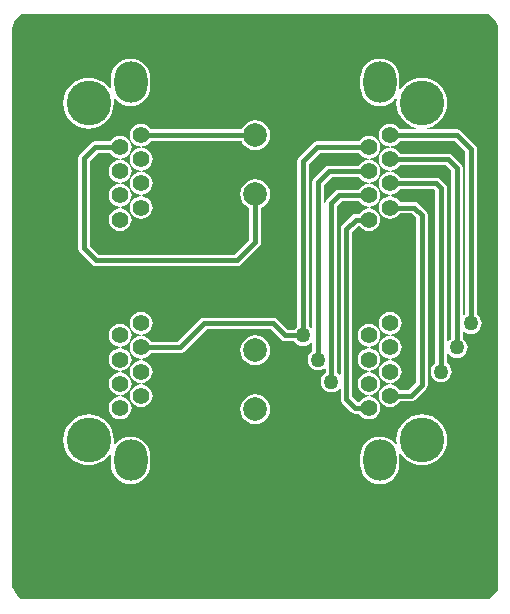
<source format=gtl>
G04*
G04 #@! TF.GenerationSoftware,Altium Limited,Altium Designer,18.1.9 (240)*
G04*
G04 Layer_Physical_Order=1*
G04 Layer_Color=255*
%FSLAX25Y25*%
%MOIN*%
G70*
G01*
G75*
%ADD16C,0.01800*%
%ADD17C,0.05512*%
%ADD18O,0.11024X0.13780*%
%ADD19C,0.14886*%
%ADD20C,0.07874*%
%ADD21C,0.05000*%
G36*
X635000Y281000D02*
X636000Y279000D01*
Y91000D01*
X633000Y88000D01*
X477000D01*
X475500Y89500D01*
X474000Y92000D01*
Y278000D01*
X475000Y281000D01*
X477000Y283000D01*
X633000D01*
X635000Y281000D01*
D02*
G37*
%LPC*%
G36*
X513465Y268216D02*
X512188Y268091D01*
X510961Y267718D01*
X509829Y267114D01*
X508838Y266300D01*
X508024Y265308D01*
X507419Y264177D01*
X507047Y262950D01*
X506921Y261673D01*
Y258917D01*
X506984Y258279D01*
X506503Y258119D01*
X505448Y259404D01*
X504162Y260460D01*
X502695Y261244D01*
X501104Y261726D01*
X499449Y261889D01*
X497794Y261726D01*
X496202Y261244D01*
X494735Y260460D01*
X493450Y259404D01*
X492395Y258119D01*
X491611Y256652D01*
X491128Y255061D01*
X490965Y253406D01*
X491128Y251750D01*
X491611Y250159D01*
X492395Y248692D01*
X493450Y247407D01*
X494735Y246352D01*
X496202Y245568D01*
X497794Y245085D01*
X499449Y244922D01*
X501104Y245085D01*
X502695Y245568D01*
X504162Y246352D01*
X505448Y247407D01*
X506503Y248692D01*
X507287Y250159D01*
X507769Y251750D01*
X507933Y253406D01*
X507798Y254769D01*
X508281Y254969D01*
X508838Y254290D01*
X509829Y253477D01*
X510961Y252872D01*
X512188Y252500D01*
X513465Y252374D01*
X514741Y252500D01*
X515969Y252872D01*
X517100Y253477D01*
X518091Y254290D01*
X518905Y255282D01*
X519510Y256413D01*
X519882Y257641D01*
X520008Y258917D01*
Y261673D01*
X519882Y262950D01*
X519510Y264177D01*
X518905Y265308D01*
X518091Y266300D01*
X517100Y267114D01*
X515969Y267718D01*
X514741Y268091D01*
X513465Y268216D01*
D02*
G37*
G36*
X596535D02*
X595259Y268091D01*
X594031Y267718D01*
X592900Y267114D01*
X591909Y266300D01*
X591095Y265308D01*
X590490Y264177D01*
X590118Y262950D01*
X589992Y261673D01*
Y258917D01*
X590118Y257641D01*
X590490Y256413D01*
X591095Y255282D01*
X591909Y254290D01*
X592900Y253477D01*
X594031Y252872D01*
X595259Y252500D01*
X596535Y252374D01*
X597812Y252500D01*
X599039Y252872D01*
X600171Y253477D01*
X601162Y254290D01*
X601719Y254969D01*
X602202Y254769D01*
X602068Y253406D01*
X602231Y251750D01*
X602713Y250159D01*
X603497Y248692D01*
X604552Y247407D01*
X605838Y246352D01*
X607305Y245568D01*
X608669Y245154D01*
X608595Y244654D01*
X603248D01*
X602679Y245395D01*
X601894Y245997D01*
X600981Y246376D01*
X600000Y246505D01*
X599019Y246376D01*
X598106Y245997D01*
X597321Y245395D01*
X596719Y244611D01*
X596341Y243697D01*
X596212Y242717D01*
X596341Y241736D01*
X596719Y240822D01*
X597321Y240038D01*
X598106Y239436D01*
X599019Y239057D01*
X599694Y238969D01*
X599813Y238953D01*
Y238449D01*
X599694Y238433D01*
X599019Y238344D01*
X598106Y237966D01*
X597321Y237364D01*
X596719Y236579D01*
X596341Y235665D01*
X596212Y234685D01*
X596341Y233704D01*
X596719Y232791D01*
X597321Y232006D01*
X598106Y231404D01*
X599019Y231026D01*
X599694Y230937D01*
X599812Y230921D01*
Y230417D01*
X599694Y230402D01*
X599019Y230313D01*
X598106Y229934D01*
X597321Y229332D01*
X596719Y228548D01*
X596341Y227634D01*
X596212Y226654D01*
X596341Y225673D01*
X596719Y224759D01*
X597321Y223975D01*
X598106Y223373D01*
X599019Y222994D01*
X599694Y222906D01*
X599813Y222890D01*
Y222386D01*
X599694Y222370D01*
X599019Y222281D01*
X598106Y221903D01*
X597321Y221301D01*
X596719Y220516D01*
X596341Y219602D01*
X596212Y218622D01*
X596341Y217641D01*
X596719Y216728D01*
X597321Y215943D01*
X598106Y215341D01*
X599019Y214963D01*
X600000Y214834D01*
X600981Y214963D01*
X601894Y215341D01*
X602679Y215943D01*
X603248Y216685D01*
X607198D01*
X608614Y215268D01*
Y160354D01*
X606103Y157843D01*
X603248D01*
X602679Y158584D01*
X601894Y159186D01*
X600981Y159565D01*
X600306Y159654D01*
X600188Y159669D01*
Y160173D01*
X600306Y160189D01*
X600981Y160278D01*
X601894Y160656D01*
X602679Y161258D01*
X603281Y162043D01*
X603659Y162957D01*
X603788Y163937D01*
X603659Y164918D01*
X603281Y165831D01*
X602679Y166616D01*
X601894Y167218D01*
X600981Y167596D01*
X600306Y167685D01*
X600187Y167701D01*
Y168205D01*
X600306Y168221D01*
X600981Y168309D01*
X601894Y168688D01*
X602679Y169290D01*
X603281Y170074D01*
X603659Y170988D01*
X603788Y171969D01*
X603659Y172949D01*
X603281Y173863D01*
X602679Y174647D01*
X601894Y175249D01*
X600981Y175628D01*
X600306Y175717D01*
X600188Y175732D01*
Y176236D01*
X600306Y176252D01*
X600981Y176341D01*
X601894Y176719D01*
X602679Y177321D01*
X603281Y178106D01*
X603659Y179019D01*
X603788Y180000D01*
X603659Y180981D01*
X603281Y181894D01*
X602679Y182679D01*
X601894Y183281D01*
X600981Y183659D01*
X600000Y183788D01*
X599019Y183659D01*
X598106Y183281D01*
X597321Y182679D01*
X596719Y181894D01*
X596341Y180981D01*
X596212Y180000D01*
X596341Y179019D01*
X596719Y178106D01*
X597321Y177321D01*
X598106Y176719D01*
X599019Y176341D01*
X599694Y176252D01*
X599812Y176236D01*
Y175732D01*
X599694Y175717D01*
X599019Y175628D01*
X598106Y175249D01*
X597321Y174647D01*
X596719Y173863D01*
X596341Y172949D01*
X596212Y171969D01*
X596341Y170988D01*
X596719Y170074D01*
X597321Y169290D01*
X598106Y168688D01*
X599019Y168309D01*
X599694Y168221D01*
X599813Y168205D01*
Y167701D01*
X599694Y167685D01*
X599019Y167596D01*
X598106Y167218D01*
X597321Y166616D01*
X596719Y165831D01*
X596341Y164918D01*
X596212Y163937D01*
X596341Y162957D01*
X596719Y162043D01*
X597321Y161258D01*
X598106Y160656D01*
X599019Y160278D01*
X599694Y160189D01*
X599812Y160173D01*
Y159669D01*
X599694Y159654D01*
X599019Y159565D01*
X598106Y159186D01*
X597321Y158584D01*
X596719Y157800D01*
X596341Y156886D01*
X596212Y155906D01*
X596341Y154925D01*
X596719Y154011D01*
X597321Y153227D01*
X598106Y152625D01*
X599019Y152246D01*
X600000Y152117D01*
X600981Y152246D01*
X601894Y152625D01*
X602679Y153227D01*
X603248Y153968D01*
X606906D01*
X607647Y154116D01*
X608275Y154536D01*
X611921Y158181D01*
X612341Y158810D01*
X612488Y159551D01*
Y216071D01*
X612341Y216812D01*
X611921Y217441D01*
X609370Y219992D01*
X608741Y220412D01*
X608000Y220559D01*
X603248D01*
X602679Y221301D01*
X601894Y221903D01*
X600981Y222281D01*
X600306Y222370D01*
X600187Y222386D01*
Y222890D01*
X600306Y222906D01*
X600981Y222994D01*
X601894Y223373D01*
X602679Y223975D01*
X603248Y224716D01*
X614544D01*
X615063Y224198D01*
Y166862D01*
X614504Y166433D01*
X613943Y165702D01*
X613590Y164851D01*
X613470Y163937D01*
X613590Y163023D01*
X613943Y162172D01*
X614504Y161441D01*
X615235Y160880D01*
X616086Y160527D01*
X617000Y160407D01*
X617914Y160527D01*
X618765Y160880D01*
X619496Y161441D01*
X620057Y162172D01*
X620410Y163023D01*
X620530Y163937D01*
X620410Y164851D01*
X620057Y165702D01*
X619496Y166433D01*
X618937Y166862D01*
Y169790D01*
X619437Y169960D01*
X619787Y169504D01*
X620518Y168943D01*
X621370Y168590D01*
X622283Y168470D01*
X623197Y168590D01*
X624049Y168943D01*
X624780Y169504D01*
X625341Y170235D01*
X625693Y171086D01*
X625814Y172000D01*
X625693Y172914D01*
X625341Y173765D01*
X624780Y174496D01*
X624221Y174925D01*
Y177091D01*
X624721Y177337D01*
X625235Y176943D01*
X626086Y176590D01*
X627000Y176470D01*
X627914Y176590D01*
X628765Y176943D01*
X629496Y177504D01*
X630057Y178235D01*
X630410Y179086D01*
X630530Y180000D01*
X630410Y180914D01*
X630057Y181765D01*
X629496Y182496D01*
X628937Y182925D01*
Y238000D01*
X628790Y238741D01*
X628370Y239370D01*
X623653Y244086D01*
X623025Y244506D01*
X622283Y244654D01*
X612508D01*
X612434Y245154D01*
X613798Y245568D01*
X615265Y246352D01*
X616550Y247407D01*
X617605Y248692D01*
X618389Y250159D01*
X618872Y251750D01*
X619035Y253406D01*
X618872Y255061D01*
X618389Y256652D01*
X617605Y258119D01*
X616550Y259404D01*
X615265Y260460D01*
X613798Y261244D01*
X612206Y261726D01*
X610551Y261889D01*
X608896Y261726D01*
X607305Y261244D01*
X605838Y260460D01*
X604552Y259404D01*
X603497Y258119D01*
X603016Y258279D01*
X603079Y258917D01*
Y261673D01*
X602953Y262950D01*
X602581Y264177D01*
X601976Y265308D01*
X601162Y266300D01*
X600171Y267114D01*
X599039Y267718D01*
X597812Y268091D01*
X596535Y268216D01*
D02*
G37*
G36*
X555000Y247696D02*
X553711Y247527D01*
X552510Y247029D01*
X551479Y246238D01*
X550688Y245206D01*
X550459Y244654D01*
X520256D01*
X519687Y245395D01*
X518902Y245997D01*
X517988Y246376D01*
X517008Y246505D01*
X516027Y246376D01*
X515114Y245997D01*
X514329Y245395D01*
X513727Y244611D01*
X513349Y243697D01*
X513219Y242717D01*
X513349Y241736D01*
X513727Y240822D01*
X514329Y240038D01*
X515114Y239436D01*
X516027Y239057D01*
X516702Y238969D01*
X516820Y238953D01*
Y238449D01*
X516702Y238433D01*
X516027Y238344D01*
X515114Y237966D01*
X514329Y237364D01*
X513727Y236579D01*
X513349Y235665D01*
X513219Y234685D01*
X513349Y233704D01*
X513727Y232791D01*
X514329Y232006D01*
X515114Y231404D01*
X516027Y231026D01*
X516702Y230937D01*
X516820Y230921D01*
Y230417D01*
X516702Y230402D01*
X516027Y230313D01*
X515114Y229934D01*
X514329Y229332D01*
X513727Y228548D01*
X513349Y227634D01*
X513219Y226654D01*
X513349Y225673D01*
X513727Y224759D01*
X514329Y223975D01*
X515114Y223373D01*
X516027Y222994D01*
X516702Y222906D01*
X516820Y222890D01*
Y222386D01*
X516702Y222370D01*
X516027Y222281D01*
X515114Y221903D01*
X514329Y221301D01*
X513727Y220516D01*
X513349Y219602D01*
X513219Y218622D01*
X513349Y217641D01*
X513727Y216728D01*
X514329Y215943D01*
X515114Y215341D01*
X516027Y214963D01*
X517008Y214834D01*
X517988Y214963D01*
X518902Y215341D01*
X519687Y215943D01*
X520289Y216728D01*
X520667Y217641D01*
X520796Y218622D01*
X520667Y219602D01*
X520289Y220516D01*
X519687Y221301D01*
X518902Y221903D01*
X517988Y222281D01*
X517314Y222370D01*
X517195Y222386D01*
Y222890D01*
X517314Y222906D01*
X517988Y222994D01*
X518902Y223373D01*
X519687Y223975D01*
X520289Y224759D01*
X520667Y225673D01*
X520796Y226654D01*
X520667Y227634D01*
X520289Y228548D01*
X519687Y229332D01*
X518902Y229934D01*
X517988Y230313D01*
X517313Y230402D01*
X517196Y230417D01*
Y230921D01*
X517313Y230937D01*
X517988Y231026D01*
X518902Y231404D01*
X519687Y232006D01*
X520289Y232791D01*
X520667Y233704D01*
X520796Y234685D01*
X520667Y235665D01*
X520289Y236579D01*
X519687Y237364D01*
X518902Y237966D01*
X517988Y238344D01*
X517314Y238433D01*
X517195Y238449D01*
Y238953D01*
X517314Y238969D01*
X517988Y239057D01*
X518902Y239436D01*
X519687Y240038D01*
X520256Y240779D01*
X550459D01*
X550688Y240227D01*
X551479Y239195D01*
X552510Y238404D01*
X553711Y237907D01*
X555000Y237737D01*
X556289Y237907D01*
X557490Y238404D01*
X558521Y239195D01*
X559312Y240227D01*
X559810Y241428D01*
X559980Y242717D01*
X559810Y244005D01*
X559312Y245206D01*
X558521Y246238D01*
X557490Y247029D01*
X556289Y247527D01*
X555000Y247696D01*
D02*
G37*
G36*
X592992Y242489D02*
X592012Y242360D01*
X591098Y241982D01*
X590313Y241379D01*
X589745Y240638D01*
X575701D01*
X574960Y240491D01*
X574331Y240071D01*
X569630Y235370D01*
X569210Y234741D01*
X569063Y234000D01*
Y178925D01*
X568504Y178496D01*
X568075Y177937D01*
X565818D01*
X562386Y181370D01*
X561757Y181790D01*
X561016Y181937D01*
X538000D01*
X537259Y181790D01*
X536630Y181370D01*
X529166Y173906D01*
X520256D01*
X519687Y174647D01*
X518902Y175249D01*
X517988Y175628D01*
X517313Y175717D01*
X517196Y175732D01*
Y176236D01*
X517313Y176252D01*
X517988Y176341D01*
X518902Y176719D01*
X519687Y177321D01*
X520289Y178106D01*
X520667Y179019D01*
X520796Y180000D01*
X520667Y180981D01*
X520289Y181894D01*
X519687Y182679D01*
X518902Y183281D01*
X517988Y183659D01*
X517008Y183788D01*
X516027Y183659D01*
X515114Y183281D01*
X514329Y182679D01*
X513727Y181894D01*
X513349Y180981D01*
X513219Y180000D01*
X513349Y179019D01*
X513727Y178106D01*
X514329Y177321D01*
X515114Y176719D01*
X516027Y176341D01*
X516702Y176252D01*
X516820Y176236D01*
Y175732D01*
X516702Y175717D01*
X516027Y175628D01*
X515114Y175249D01*
X514329Y174647D01*
X513727Y173863D01*
X513349Y172949D01*
X513219Y171969D01*
X513349Y170988D01*
X513727Y170074D01*
X514329Y169290D01*
X515114Y168688D01*
X516027Y168309D01*
X516702Y168221D01*
X516820Y168205D01*
Y167701D01*
X516702Y167685D01*
X516027Y167596D01*
X515114Y167218D01*
X514329Y166616D01*
X513727Y165831D01*
X513349Y164918D01*
X513219Y163937D01*
X513349Y162957D01*
X513727Y162043D01*
X514329Y161258D01*
X515114Y160656D01*
X516027Y160278D01*
X516702Y160189D01*
X516820Y160173D01*
Y159669D01*
X516702Y159654D01*
X516027Y159565D01*
X515114Y159186D01*
X514329Y158584D01*
X513727Y157800D01*
X513349Y156886D01*
X513219Y155906D01*
X513349Y154925D01*
X513727Y154011D01*
X514329Y153227D01*
X515114Y152625D01*
X516027Y152246D01*
X517008Y152117D01*
X517988Y152246D01*
X518902Y152625D01*
X519687Y153227D01*
X520289Y154011D01*
X520667Y154925D01*
X520796Y155906D01*
X520667Y156886D01*
X520289Y157800D01*
X519687Y158584D01*
X518902Y159186D01*
X517988Y159565D01*
X517313Y159654D01*
X517196Y159669D01*
Y160173D01*
X517313Y160189D01*
X517988Y160278D01*
X518902Y160656D01*
X519687Y161258D01*
X520289Y162043D01*
X520667Y162957D01*
X520796Y163937D01*
X520667Y164918D01*
X520289Y165831D01*
X519687Y166616D01*
X518902Y167218D01*
X517988Y167596D01*
X517314Y167685D01*
X517195Y167701D01*
Y168205D01*
X517314Y168221D01*
X517988Y168309D01*
X518902Y168688D01*
X519687Y169290D01*
X520256Y170031D01*
X529969D01*
X530710Y170179D01*
X531338Y170599D01*
X538802Y178063D01*
X560213D01*
X563646Y174630D01*
X564275Y174210D01*
X565016Y174063D01*
X568075D01*
X568504Y173504D01*
X569235Y172943D01*
X570086Y172590D01*
X571000Y172470D01*
X571914Y172590D01*
X572765Y172943D01*
X573496Y173504D01*
X573563Y173591D01*
X574063Y173421D01*
Y170878D01*
X573504Y170449D01*
X572943Y169718D01*
X572590Y168867D01*
X572470Y167953D01*
X572590Y167039D01*
X572943Y166188D01*
X573504Y165457D01*
X574235Y164896D01*
X575086Y164543D01*
X576000Y164423D01*
X576914Y164543D01*
X577765Y164896D01*
X578014Y165087D01*
X578463Y164866D01*
Y163513D01*
X577866Y163055D01*
X577305Y162324D01*
X576952Y161473D01*
X576832Y160559D01*
X576952Y159645D01*
X577305Y158794D01*
X577866Y158063D01*
X578597Y157502D01*
X579449Y157149D01*
X580362Y157029D01*
X581276Y157149D01*
X582127Y157502D01*
X582858Y158063D01*
X582956Y158190D01*
X583456Y158021D01*
Y154921D01*
X583604Y154180D01*
X584024Y153551D01*
X587055Y150520D01*
X587684Y150100D01*
X588425Y149953D01*
X589745D01*
X590313Y149211D01*
X591098Y148609D01*
X592012Y148231D01*
X592992Y148101D01*
X593973Y148231D01*
X594886Y148609D01*
X595671Y149211D01*
X596273Y149996D01*
X596651Y150909D01*
X596780Y151890D01*
X596651Y152870D01*
X596273Y153784D01*
X595671Y154569D01*
X594886Y155171D01*
X593973Y155549D01*
X593298Y155638D01*
X593180Y155653D01*
Y156158D01*
X593298Y156173D01*
X593973Y156262D01*
X594886Y156640D01*
X595671Y157243D01*
X596273Y158027D01*
X596651Y158941D01*
X596780Y159921D01*
X596651Y160902D01*
X596273Y161815D01*
X595671Y162600D01*
X594886Y163202D01*
X593973Y163580D01*
X593298Y163669D01*
X593180Y163685D01*
Y164189D01*
X593298Y164205D01*
X593973Y164294D01*
X594886Y164672D01*
X595671Y165274D01*
X596273Y166059D01*
X596651Y166972D01*
X596780Y167953D01*
X596651Y168933D01*
X596273Y169847D01*
X595671Y170632D01*
X594886Y171234D01*
X593973Y171612D01*
X593298Y171701D01*
X593180Y171716D01*
Y172221D01*
X593298Y172236D01*
X593973Y172325D01*
X594886Y172703D01*
X595671Y173305D01*
X596273Y174090D01*
X596651Y175004D01*
X596780Y175984D01*
X596651Y176965D01*
X596273Y177878D01*
X595671Y178663D01*
X594886Y179265D01*
X593973Y179643D01*
X592992Y179772D01*
X592012Y179643D01*
X591098Y179265D01*
X590313Y178663D01*
X589711Y177878D01*
X589333Y176965D01*
X589204Y175984D01*
X589333Y175004D01*
X589711Y174090D01*
X590313Y173305D01*
X591098Y172703D01*
X592012Y172325D01*
X592687Y172236D01*
X592804Y172221D01*
Y171716D01*
X592687Y171701D01*
X592012Y171612D01*
X591098Y171234D01*
X590313Y170632D01*
X589711Y169847D01*
X589333Y168933D01*
X589204Y167953D01*
X589333Y166972D01*
X589711Y166059D01*
X590313Y165274D01*
X591098Y164672D01*
X592012Y164294D01*
X592686Y164205D01*
X592805Y164189D01*
Y163685D01*
X592686Y163669D01*
X592012Y163580D01*
X591098Y163202D01*
X590313Y162600D01*
X589711Y161815D01*
X589333Y160902D01*
X589204Y159921D01*
X589333Y158941D01*
X589711Y158027D01*
X590313Y157243D01*
X591098Y156640D01*
X592012Y156262D01*
X592687Y156173D01*
X592804Y156158D01*
Y155653D01*
X592687Y155638D01*
X592012Y155549D01*
X591098Y155171D01*
X590313Y154569D01*
X589745Y153827D01*
X589228D01*
X587331Y155724D01*
Y210591D01*
X589296Y212557D01*
X589851Y212530D01*
X590313Y211928D01*
X591098Y211326D01*
X592012Y210947D01*
X592992Y210818D01*
X593973Y210947D01*
X594886Y211326D01*
X595671Y211928D01*
X596273Y212712D01*
X596651Y213626D01*
X596780Y214606D01*
X596651Y215587D01*
X596273Y216501D01*
X595671Y217285D01*
X594886Y217887D01*
X593973Y218266D01*
X593298Y218355D01*
X593180Y218370D01*
Y218874D01*
X593298Y218890D01*
X593973Y218979D01*
X594886Y219357D01*
X595671Y219959D01*
X596273Y220744D01*
X596651Y221657D01*
X596780Y222638D01*
X596651Y223618D01*
X596273Y224532D01*
X595671Y225317D01*
X594886Y225919D01*
X593973Y226297D01*
X593298Y226386D01*
X593180Y226401D01*
Y226906D01*
X593298Y226921D01*
X593973Y227010D01*
X594886Y227389D01*
X595671Y227991D01*
X596273Y228775D01*
X596651Y229689D01*
X596780Y230669D01*
X596651Y231650D01*
X596273Y232564D01*
X595671Y233348D01*
X594886Y233950D01*
X593973Y234329D01*
X593298Y234418D01*
X593180Y234433D01*
Y234937D01*
X593298Y234953D01*
X593973Y235042D01*
X594886Y235420D01*
X595671Y236022D01*
X596273Y236807D01*
X596651Y237720D01*
X596780Y238701D01*
X596651Y239681D01*
X596273Y240595D01*
X595671Y241379D01*
X594886Y241982D01*
X593973Y242360D01*
X592992Y242489D01*
D02*
G37*
G36*
X510000D02*
X509020Y242360D01*
X508106Y241982D01*
X507321Y241379D01*
X506752Y240638D01*
X501701D01*
X500959Y240491D01*
X500331Y240071D01*
X496630Y236370D01*
X496210Y235741D01*
X496063Y235000D01*
Y205000D01*
X496210Y204259D01*
X496630Y203630D01*
X500630Y199630D01*
X501259Y199210D01*
X502000Y199063D01*
X549000D01*
X549741Y199210D01*
X550370Y199630D01*
X556370Y205630D01*
X556790Y206259D01*
X556937Y207000D01*
Y218490D01*
X557490Y218719D01*
X558521Y219510D01*
X559312Y220542D01*
X559810Y221743D01*
X559980Y223032D01*
X559810Y224320D01*
X559312Y225521D01*
X558521Y226553D01*
X557490Y227344D01*
X556289Y227841D01*
X555000Y228011D01*
X553711Y227841D01*
X552510Y227344D01*
X551479Y226553D01*
X550688Y225521D01*
X550190Y224320D01*
X550020Y223032D01*
X550190Y221743D01*
X550688Y220542D01*
X551479Y219510D01*
X552510Y218719D01*
X553063Y218490D01*
Y207802D01*
X548198Y202937D01*
X502802D01*
X499937Y205802D01*
Y234198D01*
X502503Y236764D01*
X506752D01*
X507321Y236022D01*
X508106Y235420D01*
X509020Y235042D01*
X509694Y234953D01*
X509812Y234937D01*
Y234433D01*
X509694Y234418D01*
X509020Y234329D01*
X508106Y233950D01*
X507321Y233348D01*
X506719Y232564D01*
X506341Y231650D01*
X506212Y230669D01*
X506341Y229689D01*
X506719Y228775D01*
X507321Y227991D01*
X508106Y227389D01*
X509020Y227010D01*
X509694Y226921D01*
X509813Y226906D01*
Y226401D01*
X509694Y226386D01*
X509020Y226297D01*
X508106Y225919D01*
X507321Y225317D01*
X506719Y224532D01*
X506341Y223618D01*
X506212Y222638D01*
X506341Y221657D01*
X506719Y220744D01*
X507321Y219959D01*
X508106Y219357D01*
X509020Y218979D01*
X509694Y218890D01*
X509812Y218874D01*
Y218370D01*
X509694Y218355D01*
X509020Y218266D01*
X508106Y217887D01*
X507321Y217285D01*
X506719Y216501D01*
X506341Y215587D01*
X506212Y214606D01*
X506341Y213626D01*
X506719Y212712D01*
X507321Y211928D01*
X508106Y211326D01*
X509020Y210947D01*
X510000Y210818D01*
X510981Y210947D01*
X511894Y211326D01*
X512679Y211928D01*
X513281Y212712D01*
X513659Y213626D01*
X513788Y214606D01*
X513659Y215587D01*
X513281Y216501D01*
X512679Y217285D01*
X511894Y217887D01*
X510981Y218266D01*
X510306Y218355D01*
X510188Y218370D01*
Y218874D01*
X510306Y218890D01*
X510981Y218979D01*
X511894Y219357D01*
X512679Y219959D01*
X513281Y220744D01*
X513659Y221657D01*
X513788Y222638D01*
X513659Y223618D01*
X513281Y224532D01*
X512679Y225317D01*
X511894Y225919D01*
X510981Y226297D01*
X510306Y226386D01*
X510187Y226401D01*
Y226906D01*
X510306Y226921D01*
X510981Y227010D01*
X511894Y227389D01*
X512679Y227991D01*
X513281Y228775D01*
X513659Y229689D01*
X513788Y230669D01*
X513659Y231650D01*
X513281Y232564D01*
X512679Y233348D01*
X511894Y233950D01*
X510981Y234329D01*
X510306Y234418D01*
X510188Y234433D01*
Y234937D01*
X510306Y234953D01*
X510981Y235042D01*
X511894Y235420D01*
X512679Y236022D01*
X513281Y236807D01*
X513659Y237720D01*
X513788Y238701D01*
X513659Y239681D01*
X513281Y240595D01*
X512679Y241379D01*
X511894Y241982D01*
X510981Y242360D01*
X510000Y242489D01*
D02*
G37*
G36*
X555000Y175980D02*
X553711Y175810D01*
X552510Y175312D01*
X551479Y174521D01*
X550688Y173490D01*
X550190Y172289D01*
X550020Y171000D01*
X550190Y169711D01*
X550688Y168510D01*
X551479Y167479D01*
X552510Y166688D01*
X553711Y166190D01*
X555000Y166020D01*
X556289Y166190D01*
X557490Y166688D01*
X558521Y167479D01*
X559312Y168510D01*
X559810Y169711D01*
X559980Y171000D01*
X559810Y172289D01*
X559312Y173490D01*
X558521Y174521D01*
X557490Y175312D01*
X556289Y175810D01*
X555000Y175980D01*
D02*
G37*
G36*
X510000Y179772D02*
X509020Y179643D01*
X508106Y179265D01*
X507321Y178663D01*
X506719Y177878D01*
X506341Y176965D01*
X506212Y175984D01*
X506341Y175004D01*
X506719Y174090D01*
X507321Y173305D01*
X508106Y172703D01*
X509020Y172325D01*
X509694Y172236D01*
X509812Y172221D01*
Y171716D01*
X509694Y171701D01*
X509020Y171612D01*
X508106Y171234D01*
X507321Y170632D01*
X506719Y169847D01*
X506341Y168933D01*
X506212Y167953D01*
X506341Y166972D01*
X506719Y166059D01*
X507321Y165274D01*
X508106Y164672D01*
X509020Y164294D01*
X509694Y164205D01*
X509813Y164189D01*
Y163685D01*
X509694Y163669D01*
X509020Y163580D01*
X508106Y163202D01*
X507321Y162600D01*
X506719Y161815D01*
X506341Y160902D01*
X506212Y159921D01*
X506341Y158941D01*
X506719Y158027D01*
X507321Y157243D01*
X508106Y156640D01*
X509020Y156262D01*
X509694Y156173D01*
X509812Y156158D01*
Y155653D01*
X509694Y155638D01*
X509020Y155549D01*
X508106Y155171D01*
X507321Y154569D01*
X506719Y153784D01*
X506341Y152870D01*
X506212Y151890D01*
X506341Y150909D01*
X506719Y149996D01*
X507321Y149211D01*
X508106Y148609D01*
X509020Y148231D01*
X510000Y148101D01*
X510981Y148231D01*
X511894Y148609D01*
X512679Y149211D01*
X513281Y149996D01*
X513659Y150909D01*
X513788Y151890D01*
X513659Y152870D01*
X513281Y153784D01*
X512679Y154569D01*
X511894Y155171D01*
X510981Y155549D01*
X510306Y155638D01*
X510188Y155653D01*
Y156158D01*
X510306Y156173D01*
X510981Y156262D01*
X511894Y156640D01*
X512679Y157243D01*
X513281Y158027D01*
X513659Y158941D01*
X513788Y159921D01*
X513659Y160902D01*
X513281Y161815D01*
X512679Y162600D01*
X511894Y163202D01*
X510981Y163580D01*
X510306Y163669D01*
X510187Y163685D01*
Y164189D01*
X510306Y164205D01*
X510981Y164294D01*
X511894Y164672D01*
X512679Y165274D01*
X513281Y166059D01*
X513659Y166972D01*
X513788Y167953D01*
X513659Y168933D01*
X513281Y169847D01*
X512679Y170632D01*
X511894Y171234D01*
X510981Y171612D01*
X510306Y171701D01*
X510188Y171716D01*
Y172221D01*
X510306Y172236D01*
X510981Y172325D01*
X511894Y172703D01*
X512679Y173305D01*
X513281Y174090D01*
X513659Y175004D01*
X513788Y175984D01*
X513659Y176965D01*
X513281Y177878D01*
X512679Y178663D01*
X511894Y179265D01*
X510981Y179643D01*
X510000Y179772D01*
D02*
G37*
G36*
X555000Y156295D02*
X553711Y156125D01*
X552510Y155627D01*
X551479Y154836D01*
X550688Y153805D01*
X550190Y152604D01*
X550020Y151315D01*
X550190Y150026D01*
X550688Y148825D01*
X551479Y147794D01*
X552510Y147002D01*
X553711Y146505D01*
X555000Y146335D01*
X556289Y146505D01*
X557490Y147002D01*
X558521Y147794D01*
X559312Y148825D01*
X559810Y150026D01*
X559980Y151315D01*
X559810Y152604D01*
X559312Y153805D01*
X558521Y154836D01*
X557490Y155627D01*
X556289Y156125D01*
X555000Y156295D01*
D02*
G37*
G36*
X610551Y149685D02*
X608896Y149522D01*
X607305Y149039D01*
X605838Y148255D01*
X604552Y147200D01*
X603497Y145914D01*
X602713Y144447D01*
X602231Y142856D01*
X602068Y141201D01*
X602202Y139837D01*
X601719Y139637D01*
X601162Y140316D01*
X600171Y141130D01*
X599039Y141734D01*
X597812Y142106D01*
X596535Y142232D01*
X595259Y142106D01*
X594031Y141734D01*
X592900Y141130D01*
X591909Y140316D01*
X591095Y139324D01*
X590490Y138193D01*
X590118Y136966D01*
X589992Y135689D01*
Y132933D01*
X590118Y131657D01*
X590490Y130429D01*
X591095Y129298D01*
X591909Y128306D01*
X592900Y127492D01*
X594031Y126888D01*
X595259Y126515D01*
X596535Y126390D01*
X597812Y126515D01*
X599039Y126888D01*
X600171Y127492D01*
X601162Y128306D01*
X601976Y129298D01*
X602581Y130429D01*
X602953Y131657D01*
X603079Y132933D01*
Y135689D01*
X603016Y136327D01*
X603497Y136487D01*
X604552Y135202D01*
X605838Y134147D01*
X607305Y133363D01*
X608896Y132880D01*
X610551Y132717D01*
X612206Y132880D01*
X613798Y133363D01*
X615265Y134147D01*
X616550Y135202D01*
X617605Y136487D01*
X618389Y137954D01*
X618872Y139546D01*
X619035Y141201D01*
X618872Y142856D01*
X618389Y144447D01*
X617605Y145914D01*
X616550Y147200D01*
X615265Y148255D01*
X613798Y149039D01*
X612206Y149522D01*
X610551Y149685D01*
D02*
G37*
G36*
X499449D02*
X497794Y149522D01*
X496202Y149039D01*
X494735Y148255D01*
X493450Y147200D01*
X492395Y145914D01*
X491611Y144447D01*
X491128Y142856D01*
X490965Y141201D01*
X491128Y139546D01*
X491611Y137954D01*
X492395Y136487D01*
X493450Y135202D01*
X494735Y134147D01*
X496202Y133363D01*
X497794Y132880D01*
X499449Y132717D01*
X501104Y132880D01*
X502695Y133363D01*
X504162Y134147D01*
X505448Y135202D01*
X506503Y136487D01*
X506984Y136327D01*
X506921Y135689D01*
Y132933D01*
X507047Y131657D01*
X507419Y130429D01*
X508024Y129298D01*
X508838Y128306D01*
X509829Y127492D01*
X510961Y126888D01*
X512188Y126515D01*
X513465Y126390D01*
X514741Y126515D01*
X515969Y126888D01*
X517100Y127492D01*
X518091Y128306D01*
X518905Y129298D01*
X519510Y130429D01*
X519882Y131657D01*
X520008Y132933D01*
Y135689D01*
X519882Y136966D01*
X519510Y138193D01*
X518905Y139324D01*
X518091Y140316D01*
X517100Y141130D01*
X515969Y141734D01*
X514741Y142106D01*
X513465Y142232D01*
X512188Y142106D01*
X510961Y141734D01*
X509829Y141130D01*
X508838Y140316D01*
X508281Y139637D01*
X507798Y139837D01*
X507933Y141201D01*
X507769Y142856D01*
X507287Y144447D01*
X506503Y145914D01*
X505448Y147200D01*
X504162Y148255D01*
X502695Y149039D01*
X501104Y149522D01*
X499449Y149685D01*
D02*
G37*
%LPD*%
G36*
X625063Y237198D02*
Y182973D01*
X624659Y182693D01*
X624221Y182909D01*
Y231717D01*
X624073Y232458D01*
X623653Y233086D01*
X620685Y236055D01*
X620056Y236475D01*
X619315Y236622D01*
X603248D01*
X602679Y237364D01*
X601894Y237966D01*
X600981Y238344D01*
X600306Y238433D01*
X600187Y238449D01*
Y238953D01*
X600306Y238969D01*
X600981Y239057D01*
X601894Y239436D01*
X602679Y240038D01*
X603248Y240779D01*
X621481D01*
X625063Y237198D01*
D02*
G37*
G36*
X620346Y230914D02*
Y174925D01*
X619787Y174496D01*
X619437Y174040D01*
X618937Y174210D01*
Y225000D01*
X618790Y225741D01*
X618370Y226370D01*
X616716Y228023D01*
X616088Y228443D01*
X615346Y228591D01*
X603248D01*
X602679Y229332D01*
X601894Y229934D01*
X600981Y230313D01*
X600306Y230402D01*
X600188Y230417D01*
Y230921D01*
X600306Y230937D01*
X600981Y231026D01*
X601894Y231404D01*
X602679Y232006D01*
X603248Y232748D01*
X618513D01*
X620346Y230914D01*
D02*
G37*
G36*
X590313Y227991D02*
X591098Y227389D01*
X592012Y227010D01*
X592686Y226921D01*
X592805Y226906D01*
Y226401D01*
X592686Y226386D01*
X592012Y226297D01*
X591098Y225919D01*
X590313Y225317D01*
X589745Y224575D01*
X583000D01*
X582259Y224428D01*
X581630Y224008D01*
X578992Y221370D01*
X578572Y220741D01*
X578437Y220061D01*
X577937Y220111D01*
Y226198D01*
X580472Y228732D01*
X589745D01*
X590313Y227991D01*
D02*
G37*
G36*
Y236022D02*
X591098Y235420D01*
X592012Y235042D01*
X592687Y234953D01*
X592804Y234937D01*
Y234433D01*
X592687Y234418D01*
X592012Y234329D01*
X591098Y233950D01*
X590313Y233348D01*
X589745Y232607D01*
X579669D01*
X578928Y232459D01*
X578300Y232039D01*
X574630Y228370D01*
X574210Y227741D01*
X574063Y227000D01*
Y178579D01*
X573563Y178410D01*
X573496Y178496D01*
X572937Y178925D01*
Y233198D01*
X576503Y236764D01*
X589745D01*
X590313Y236022D01*
D02*
G37*
G36*
Y219959D02*
X591098Y219357D01*
X592012Y218979D01*
X592687Y218890D01*
X592804Y218874D01*
Y218370D01*
X592687Y218355D01*
X592012Y218266D01*
X591098Y217887D01*
X590313Y217285D01*
X589745Y216544D01*
X588606D01*
X587865Y216396D01*
X587237Y215976D01*
X584024Y212763D01*
X583604Y212135D01*
X583456Y211394D01*
Y163097D01*
X582956Y162928D01*
X582858Y163055D01*
X582337Y163455D01*
Y169775D01*
X582299Y169965D01*
Y219198D01*
X583802Y220701D01*
X589745D01*
X590313Y219959D01*
D02*
G37*
D16*
X538000Y180000D02*
X561016D01*
X529969Y171969D02*
X538000Y180000D01*
X517008Y171969D02*
X529969D01*
X561016Y180000D02*
X565016Y176000D01*
X571000D01*
X549000Y201000D02*
X555000Y207000D01*
X502000Y201000D02*
X549000D01*
X498000Y205000D02*
X502000Y201000D01*
X498000Y205000D02*
Y235000D01*
X501701Y238701D01*
X510000D01*
X555000Y207000D02*
Y223032D01*
X517008Y242717D02*
X555000D01*
X588425Y151890D02*
X592992D01*
X585394Y154921D02*
X588425Y151890D01*
X585394Y154921D02*
Y211394D01*
X588606Y214606D02*
X592992D01*
X585394Y211394D02*
X588606Y214606D01*
X580362Y160559D02*
X580400Y160597D01*
Y169775D01*
X580362Y169813D02*
X580400Y169775D01*
X580362Y169813D02*
Y220000D01*
X583000Y222638D01*
X576000Y167953D02*
Y227000D01*
X579669Y230669D01*
X592992D01*
X571000Y176000D02*
Y234000D01*
X575701Y238701D01*
X592992D01*
X583000Y222638D02*
X592992D01*
X610551Y159551D02*
Y216071D01*
X606906Y155906D02*
X610551Y159551D01*
X600000Y155906D02*
X606906D01*
X608000Y218622D02*
X610551Y216071D01*
X600000Y218622D02*
X608000D01*
X617000Y163937D02*
Y225000D01*
X615346Y226654D02*
X617000Y225000D01*
X619315Y234685D02*
X622283Y231717D01*
Y172000D02*
Y231717D01*
X600000Y234685D02*
X619315D01*
X600000Y226654D02*
X615346D01*
X627000Y180000D02*
Y238000D01*
X622283Y242717D02*
X627000Y238000D01*
X600000Y242717D02*
X622283D01*
D17*
X517008D02*
D03*
Y234685D02*
D03*
Y226654D02*
D03*
Y218622D02*
D03*
X510000Y238701D02*
D03*
Y214606D02*
D03*
Y222638D02*
D03*
Y230669D02*
D03*
Y167953D02*
D03*
Y159921D02*
D03*
Y151890D02*
D03*
Y175984D02*
D03*
X517008Y155906D02*
D03*
Y163937D02*
D03*
Y171969D02*
D03*
Y180000D02*
D03*
X592992Y151890D02*
D03*
Y159921D02*
D03*
Y167953D02*
D03*
Y175984D02*
D03*
X600000Y155906D02*
D03*
Y180000D02*
D03*
Y171969D02*
D03*
Y163937D02*
D03*
Y226654D02*
D03*
Y234685D02*
D03*
Y242717D02*
D03*
Y218622D02*
D03*
X592992Y238701D02*
D03*
Y230669D02*
D03*
Y222638D02*
D03*
Y214606D02*
D03*
D18*
X513465Y260295D02*
D03*
Y134311D02*
D03*
X596535D02*
D03*
Y260295D02*
D03*
D19*
X499449Y253406D02*
D03*
Y141201D02*
D03*
X610551D02*
D03*
Y253406D02*
D03*
D20*
X555000Y223032D02*
D03*
Y242717D02*
D03*
Y151315D02*
D03*
Y171000D02*
D03*
D21*
X580362Y160559D02*
D03*
X576000Y167953D02*
D03*
X571000Y176000D02*
D03*
X617000Y163937D02*
D03*
X622283Y172000D02*
D03*
X627000Y180000D02*
D03*
M02*

</source>
